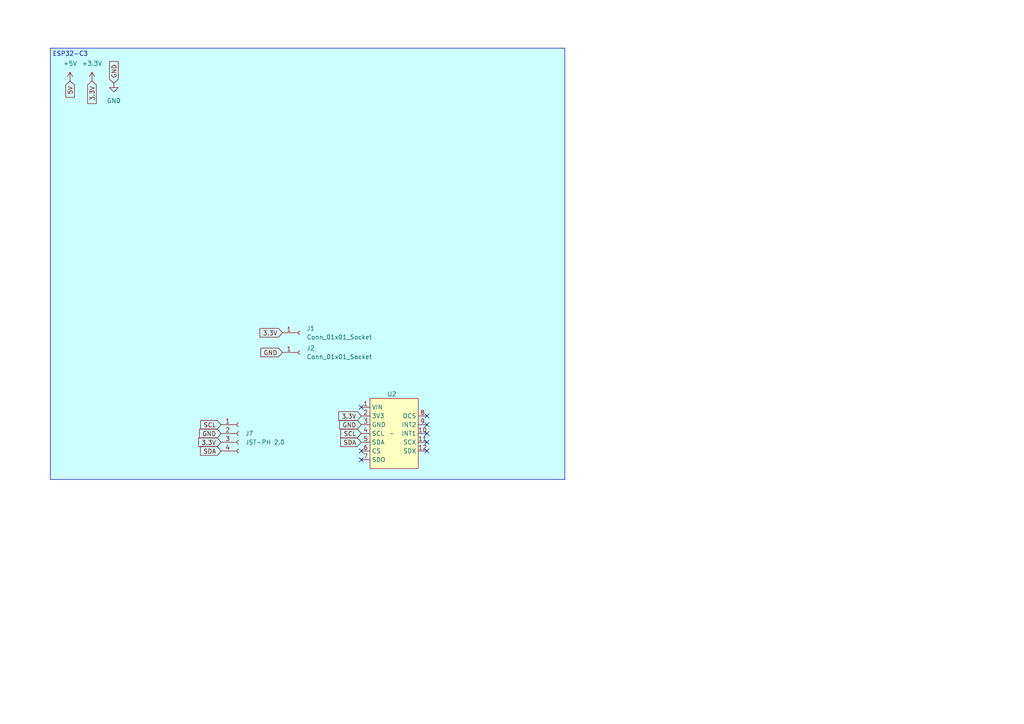
<source format=kicad_sch>
(kicad_sch (version 20230121) (generator eeschema)
  (paper "A4")
  (lib_symbols
    (symbol "Connector:Conn_01x01_Socket" (pin_names (offset 1.016) hide)
      (property "Reference" "J" (at 0 2.54 0))
      (property "Value" "Conn_01x01_Socket" (at 0 -2.54 0))
      (symbol "Conn_01x01_Socket_1_1"
        (polyline (pts (xy -1.27 0) (xy -0.508 0)) (stroke (width 0.1524)))
        (arc (start 0 0.508) (mid -0.5058 0) (end 0 -0.508) (stroke (width 0.1524)))
        (pin passive line (at -5.08 0 0) (length 3.81) (name "Pin_1") (number "1"))
      )
    )
    (symbol "Connector:Conn_01x04_Socket" (pin_names (offset 1.016) hide)
      (property "Reference" "J" (at 0 5.08 0))
      (property "Value" "Conn_01x04_Socket" (at 0 -7.62 0))
      (symbol "Conn_01x04_Socket_1_1"
        (arc (start 0 -4.572) (mid -0.5058 -5.08) (end 0 -5.588) (stroke (width 0.1524)))
        (arc (start 0 -2.032) (mid -0.5058 -2.54) (end 0 -3.048) (stroke (width 0.1524)))
        (polyline (pts (xy -1.27 -5.08) (xy -0.508 -5.08)) (stroke (width 0.1524)))
        (polyline (pts (xy -1.27 -2.54) (xy -0.508 -2.54)) (stroke (width 0.1524)))
        (polyline (pts (xy -1.27 0) (xy -0.508 0)) (stroke (width 0.1524)))
        (polyline (pts (xy -1.27 2.54) (xy -0.508 2.54)) (stroke (width 0.1524)))
        (arc (start 0 0.508) (mid -0.5058 0) (end 0 -0.508) (stroke (width 0.1524)))
        (arc (start 0 3.048) (mid -0.5058 2.54) (end 0 2.032) (stroke (width 0.1524)))
        (pin passive line (at -5.08 2.54 0) (length 3.81) (name "Pin_1") (number "1"))
        (pin passive line (at -5.08 0 0) (length 3.81) (name "Pin_2") (number "2"))
        (pin passive line (at -5.08 -2.54 0) (length 3.81) (name "Pin_3") (number "3"))
        (pin passive line (at -5.08 -5.08 0) (length 3.81) (name "Pin_4") (number "4"))
      )
    )
    (symbol "power:+3.3V" (power) (pin_names (offset 0))
      (property "Value" "+3.3V" (at 0 3.556 0))
      (symbol "+3.3V_0_1"
        (polyline (pts (xy -0.762 1.27) (xy 0 2.54)))
        (polyline (pts (xy 0 0) (xy 0 2.54)))
        (polyline (pts (xy 0 2.54) (xy 0.762 1.27)))
      )
      (symbol "+3.3V_1_1"
        (pin power_in line (at 0 0 90) (length 0) hide (name "+3.3V") (number "1"))
      )
    )
    (symbol "power:+5V" (power) (pin_names (offset 0))
      (property "Value" "+5V" (at 0 3.556 0))
      (symbol "+5V_0_1"
        (polyline (pts (xy -0.762 1.27) (xy 0 2.54)))
        (polyline (pts (xy 0 0) (xy 0 2.54)))
        (polyline (pts (xy 0 2.54) (xy 0.762 1.27)))
      )
      (symbol "+5V_1_1"
        (pin power_in line (at 0 0 90) (length 0) hide (name "+5V") (number "1"))
      )
    )
    (symbol "power:GND" (power) (pin_names (offset 0))
      (property "Value" "GND" (at 0 -3.81 0))
      (symbol "GND_0_1"
        (polyline (pts (xy 0 0) (xy 0 -1.27) (xy 1.27 -1.27) (xy 0 -2.54) (xy -1.27 -1.27) (xy 0 -1.27)))
      )
      (symbol "GND_1_1"
        (pin power_in line (at 0 0 270) (length 0) hide (name "GND") (number "1"))
      )
    )
    (symbol "yozolab:BMI160-Module"
      (property "Reference" "U2" (at 0 11.43 0))
      (property "Value" "~" (at 0 0 0))
      (property "Footprint" "Yozolab:BMI160-Module" (at 0 13.97 0))
      (symbol "BMI160-Module_1_1"
        (rectangle (start -6.35 10.16) (end 7.62 -10.16) (fill (type background)))
        (pin input line (at -8.89 7.62 0) (length 2.54) (name "VIN") (number "1"))
        (pin input line (at 10.16 0 180) (length 2.54) (name "INT1") (number "10"))
        (pin input line (at 10.16 -2.54 180) (length 2.54) (name "SCX") (number "11"))
        (pin input line (at 10.16 -5.08 180) (length 2.54) (name "SDX") (number "12"))
        (pin input line (at -8.89 5.08 0) (length 2.54) (name "3V3") (number "2"))
        (pin input line (at -8.89 2.54 0) (length 2.54) (name "GND") (number "3"))
        (pin input line (at -8.89 0 0) (length 2.54) (name "SCL") (number "4"))
        (pin input line (at -8.89 -2.54 0) (length 2.54) (name "SDA") (number "5"))
        (pin input line (at -8.89 -5.08 0) (length 2.54) (name "CS") (number "6"))
        (pin input line (at -8.89 -7.62 0) (length 2.54) (name "SDO") (number "7"))
        (pin input line (at 10.16 5.08 180) (length 2.54) (name "OCS") (number "8"))
        (pin input line (at 10.16 2.54 180) (length 2.54) (name "INT2") (number "9"))
      )
    )
  )
  (no_connect (at 123.825 130.81))
  (no_connect (at 123.825 128.27))
  (no_connect (at 123.825 123.19))
  (no_connect (at 123.825 125.73))
  (no_connect (at 104.775 130.81))
  (no_connect (at 104.775 118.11))
  (no_connect (at 123.825 120.65))
  (no_connect (at 104.775 133.35))
  (rectangle (start 14.605 13.97) (end 163.83 139.065) (fill (type color) (color 0 255 255 0.2)))
  (text "ESP32-C3" (at 15.24 16.51 0) (effects (font (size 1.27 1.27)) (justify left bottom)))
  (global_label "GND" (shape input) (at 33.02 24.13 90) (property "Intersheetrefs" "${INTERSHEET_REFS}" (effects hide)))
  (global_label "GND" (shape input) (at 104.775 123.19 180) (property "Intersheetrefs" "${INTERSHEET_REFS}" (effects hide)))
  (global_label "GND" (shape input) (at 81.915 102.235 180) (property "Intersheetrefs" "${INTERSHEET_REFS}" (effects hide)))
  (global_label "SDA" (shape input) (at 64.135 130.81 180) (property "Intersheetrefs" "${INTERSHEET_REFS}" (effects hide)))
  (global_label "SDA" (shape input) (at 104.775 128.27 180) (property "Intersheetrefs" "${INTERSHEET_REFS}" (effects hide)))
  (global_label "3.3V" (shape input) (at 104.775 120.65 180) (property "Intersheetrefs" "${INTERSHEET_REFS}" (effects hide)))
  (global_label "GND" (shape input) (at 64.135 125.73 180) (property "Intersheetrefs" "${INTERSHEET_REFS}" (effects hide)))
  (global_label "SCL" (shape input) (at 64.135 123.19 180) (property "Intersheetrefs" "${INTERSHEET_REFS}" (effects hide)))
  (global_label "3.3V" (shape input) (at 81.915 96.52 180) (property "Intersheetrefs" "${INTERSHEET_REFS}" (effects hide)))
  (global_label "5V" (shape input) (at 20.32 23.495 270) (property "Intersheetrefs" "${INTERSHEET_REFS}" (effects hide)))
  (global_label "SCL" (shape input) (at 104.775 125.73 180) (property "Intersheetrefs" "${INTERSHEET_REFS}" (effects hide)))
  (global_label "3.3V" (shape input) (at 64.135 128.27 180) (property "Intersheetrefs" "${INTERSHEET_REFS}" (effects hide)))
  (global_label "3.3V" (shape input) (at 26.67 23.495 270) (property "Intersheetrefs" "${INTERSHEET_REFS}" (effects hide)))
  (symbol (lib_id "yozolab:BMI160-Module") (at 113.665 125.73 0) (unit 1)
    (property "Reference" "U2" (at 113.665 114.3 0))
    (property "Value" "~" (at 113.665 125.73 0))
    (property "Footprint" "Yozolab:BMI160-Module" (effects hide))
  )
  (symbol (lib_id "power:GND") (at 33.02 24.13 0) (unit 1)
    (property "Reference" "#PWR03" (effects hide))
    (property "Value" "GND" (at 33.02 29.21 0))
  )
  (symbol (lib_id "Connector:Conn_01x04_Socket") (at 69.215 125.73 0) (unit 1)
    (property "Reference" "J7" (at 71.12 125.73 0) (effects (justify left)))
    (property "Value" "JST-PH 2.0" (at 71.12 128.27 0) (effects (justify left)))
    (property "Footprint" "Connector_JST:JST_PH_S4B-PH-SM4-TB_1x04-1MP_P2.00mm_Horizontal" (effects hide))
  )
  (symbol (lib_id "power:+5V") (at 20.32 23.495 0) (unit 1)
    (property "Reference" "#PWR01" (effects hide))
    (property "Value" "+5V" (at 20.32 18.415 0))
  )
  (symbol (lib_id "Connector:Conn_01x01_Socket") (at 86.995 96.52 0) (unit 1)
    (property "Reference" "J1" (at 88.9 95.25 0) (effects (justify left)))
    (property "Value" "Conn_01x01_Socket" (at 88.9 97.79 0) (effects (justify left)))
    (property "Footprint" "Yozolab:Through-Hole" (effects hide))
  )
  (symbol (lib_id "Connector:Conn_01x01_Socket") (at 86.995 102.235 0) (unit 1)
    (property "Reference" "J2" (at 88.9 100.965 0) (effects (justify left)))
    (property "Value" "Conn_01x01_Socket" (at 88.9 103.505 0) (effects (justify left)))
    (property "Footprint" "Yozolab:Through-Hole" (effects hide))
  )
  (symbol (lib_id "power:+3.3V") (at 26.67 23.495 0) (unit 1)
    (property "Reference" "#PWR02" (effects hide))
    (property "Value" "+3.3V" (at 26.67 18.415 0))
  )
)
</source>
